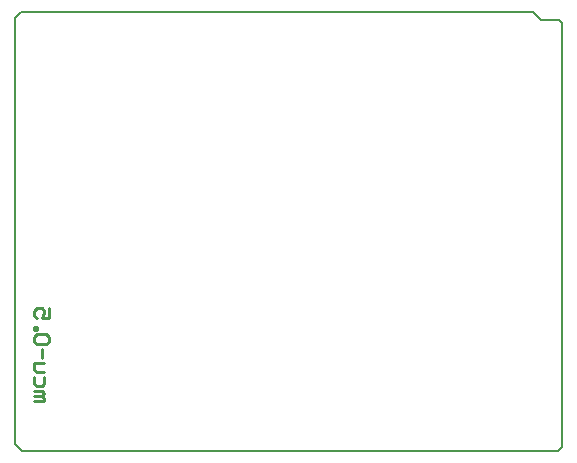
<source format=gbo>
G04*
G04 #@! TF.GenerationSoftware,Altium Limited,Altium Designer,20.2.7 (254)*
G04*
G04 Layer_Color=57008*
%FSLAX25Y25*%
%MOIN*%
G70*
G04*
G04 #@! TF.SameCoordinates,2CAF1E14-90DA-4ECA-8151-D2BA910CDBF6*
G04*
G04*
G04 #@! TF.FilePolarity,Positive*
G04*
G01*
G75*
%ADD11C,0.00787*%
%ADD12C,0.01000*%
D11*
X181890Y143898D02*
X182773Y143015D01*
X181424Y398D02*
X182773Y1746D01*
X2634Y398D02*
X181424Y398D01*
X394Y144734D02*
X2314Y146653D01*
X394Y144734D02*
X394Y2638D01*
X182773Y143015D02*
X182773Y1746D01*
X394Y2638D02*
X2634Y398D01*
X175886Y143898D02*
X181890D01*
X173130Y146653D02*
X175886Y143898D01*
X2314Y146653D02*
X173130D01*
D12*
X6905Y17142D02*
X10054D01*
Y17929D01*
X9267Y18716D01*
X6905D01*
X9267D01*
X10054Y19503D01*
X9267Y20290D01*
X6905D01*
X10054Y25013D02*
Y22652D01*
X9267Y21865D01*
X7693D01*
X6905Y22652D01*
Y25013D01*
X10054Y26588D02*
X7693D01*
X6905Y27375D01*
Y29736D01*
X10054D01*
X9267Y31310D02*
Y34459D01*
X10841Y36033D02*
X11628Y36820D01*
Y38395D01*
X10841Y39182D01*
X7693D01*
X6905Y38395D01*
Y36820D01*
X7693Y36033D01*
X10841D01*
X6905Y40756D02*
X7693D01*
Y41543D01*
X6905D01*
Y40756D01*
X11628Y47840D02*
Y44692D01*
X9267D01*
X10054Y46266D01*
Y47053D01*
X9267Y47840D01*
X7693D01*
X6905Y47053D01*
Y45479D01*
X7693Y44692D01*
M02*

</source>
